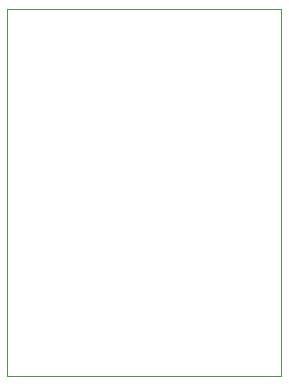
<source format=gbr>
%TF.GenerationSoftware,KiCad,Pcbnew,(5.99.0-11667-g1edb96cc5b)*%
%TF.CreationDate,2021-10-30T09:42:55+02:00*%
%TF.ProjectId,VGADE15toIDC16,56474144-4531-4357-946f-49444331362e,rev?*%
%TF.SameCoordinates,Original*%
%TF.FileFunction,Profile,NP*%
%FSLAX46Y46*%
G04 Gerber Fmt 4.6, Leading zero omitted, Abs format (unit mm)*
G04 Created by KiCad (PCBNEW (5.99.0-11667-g1edb96cc5b)) date 2021-10-30 09:42:55*
%MOMM*%
%LPD*%
G01*
G04 APERTURE LIST*
%TA.AperFunction,Profile*%
%ADD10C,0.100000*%
%TD*%
G04 APERTURE END LIST*
D10*
X131160000Y-137440000D02*
X107980000Y-137440000D01*
X107980000Y-106380000D02*
X131160000Y-106380000D01*
X107980000Y-137440000D02*
X107980000Y-106380000D01*
X131160000Y-106380000D02*
X131160000Y-137440000D01*
M02*

</source>
